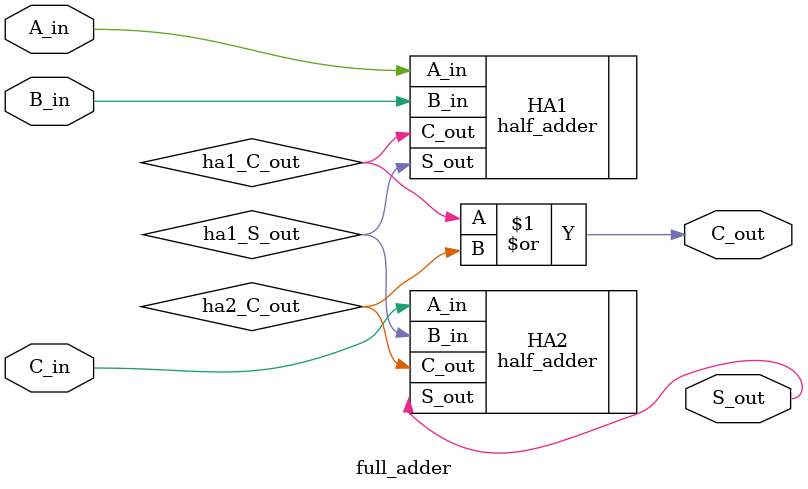
<source format=v>
`timescale 1ns / 1ps


module full_adder(
    input A_in,
    input B_in,
    input C_in,
    output S_out,
    output C_out
    );
    wire ha1_C_out, ha1_S_out, ha2_C_out;
    half_adder HA1(.A_in(A_in), .B_in(B_in), .S_out(ha1_S_out), .C_out(ha1_C_out));
    half_adder HA2(.A_in(C_in), .B_in(ha1_S_out), .S_out(S_out), .C_out(ha2_C_out));
    assign C_out = ha1_C_out | ha2_C_out;
endmodule

</source>
